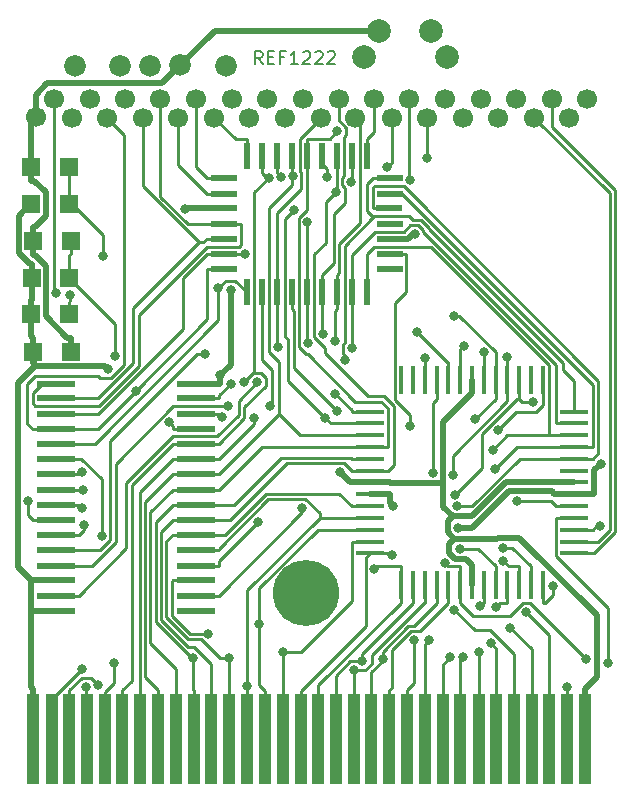
<source format=gbr>
%TF.GenerationSoftware,KiCad,Pcbnew,(6.0.2)*%
%TF.CreationDate,2022-10-22T11:53:18-05:00*%
%TF.ProjectId,REF1222 Optimized,52454631-3232-4322-904f-7074696d697a,rev?*%
%TF.SameCoordinates,Original*%
%TF.FileFunction,Copper,L1,Top*%
%TF.FilePolarity,Positive*%
%FSLAX46Y46*%
G04 Gerber Fmt 4.6, Leading zero omitted, Abs format (unit mm)*
G04 Created by KiCad (PCBNEW (6.0.2)) date 2022-10-22 11:53:18*
%MOMM*%
%LPD*%
G01*
G04 APERTURE LIST*
%ADD10C,0.150000*%
%TA.AperFunction,NonConductor*%
%ADD11C,0.150000*%
%TD*%
%TA.AperFunction,SMDPad,CuDef*%
%ADD12O,2.460000X0.360000*%
%TD*%
%TA.AperFunction,SMDPad,CuDef*%
%ADD13O,0.360000X2.460000*%
%TD*%
%TA.AperFunction,SMDPad,CuDef*%
%ADD14R,1.500000X1.500000*%
%TD*%
%TA.AperFunction,ComponentPad*%
%ADD15C,1.700000*%
%TD*%
%TA.AperFunction,SMDPad,CuDef*%
%ADD16R,1.030000X7.580000*%
%TD*%
%TA.AperFunction,ComponentPad*%
%ADD17C,5.600000*%
%TD*%
%TA.AperFunction,SMDPad,CuDef*%
%ADD18R,2.220000X0.600000*%
%TD*%
%TA.AperFunction,SMDPad,CuDef*%
%ADD19R,0.600000X2.220000*%
%TD*%
%TA.AperFunction,ComponentPad*%
%ADD20C,2.000000*%
%TD*%
%TA.AperFunction,ComponentPad*%
%ADD21C,1.830000*%
%TD*%
%TA.AperFunction,SMDPad,CuDef*%
%ADD22R,3.250000X0.600000*%
%TD*%
%TA.AperFunction,ViaPad*%
%ADD23C,0.800000*%
%TD*%
%TA.AperFunction,Conductor*%
%ADD24C,0.250000*%
%TD*%
%TA.AperFunction,Conductor*%
%ADD25C,0.550000*%
%TD*%
%TA.AperFunction,Conductor*%
%ADD26C,0.500000*%
%TD*%
G04 APERTURE END LIST*
D10*
D11*
X141105190Y-66365619D02*
X140738523Y-65841809D01*
X140476619Y-66365619D02*
X140476619Y-65265619D01*
X140895666Y-65265619D01*
X141000428Y-65318000D01*
X141052809Y-65370380D01*
X141105190Y-65475142D01*
X141105190Y-65632285D01*
X141052809Y-65737047D01*
X141000428Y-65789428D01*
X140895666Y-65841809D01*
X140476619Y-65841809D01*
X141576619Y-65789428D02*
X141943285Y-65789428D01*
X142100428Y-66365619D02*
X141576619Y-66365619D01*
X141576619Y-65265619D01*
X142100428Y-65265619D01*
X142938523Y-65789428D02*
X142571857Y-65789428D01*
X142571857Y-66365619D02*
X142571857Y-65265619D01*
X143095666Y-65265619D01*
X144090904Y-66365619D02*
X143462333Y-66365619D01*
X143776619Y-66365619D02*
X143776619Y-65265619D01*
X143671857Y-65422761D01*
X143567095Y-65527523D01*
X143462333Y-65579904D01*
X144509952Y-65370380D02*
X144562333Y-65318000D01*
X144667095Y-65265619D01*
X144929000Y-65265619D01*
X145033761Y-65318000D01*
X145086142Y-65370380D01*
X145138523Y-65475142D01*
X145138523Y-65579904D01*
X145086142Y-65737047D01*
X144457571Y-66365619D01*
X145138523Y-66365619D01*
X145557571Y-65370380D02*
X145609952Y-65318000D01*
X145714714Y-65265619D01*
X145976619Y-65265619D01*
X146081380Y-65318000D01*
X146133761Y-65370380D01*
X146186142Y-65475142D01*
X146186142Y-65579904D01*
X146133761Y-65737047D01*
X145505190Y-66365619D01*
X146186142Y-66365619D01*
X146605190Y-65370380D02*
X146657571Y-65318000D01*
X146762333Y-65265619D01*
X147024238Y-65265619D01*
X147129000Y-65318000D01*
X147181380Y-65370380D01*
X147233761Y-65475142D01*
X147233761Y-65579904D01*
X147181380Y-65737047D01*
X146552809Y-66365619D01*
X147233761Y-66365619D01*
D12*
%TO.P,U3,1,A0*%
%TO.N,/A0*%
X150184000Y-95791000D03*
%TO.P,U3,2,A1*%
%TO.N,/A1*%
X150184000Y-96791000D03*
%TO.P,U3,3,A2*%
%TO.N,/A2*%
X150184000Y-97791000D03*
%TO.P,U3,4,A3*%
%TO.N,/A3*%
X150184000Y-98791000D03*
%TO.P,U3,5,A4*%
%TO.N,/A4*%
X150184000Y-99791000D03*
%TO.P,U3,6,A5*%
%TO.N,/A5*%
X150184000Y-100791000D03*
%TO.P,U3,7,GND*%
%TO.N,/GND*%
X150184000Y-101791000D03*
%TO.P,U3,8,VCC*%
%TO.N,/VCC*%
X150184000Y-102791000D03*
%TO.P,U3,9,A6*%
%TO.N,/A6*%
X150184000Y-103791000D03*
%TO.P,U3,10,A7*%
%TO.N,/A7*%
X150184000Y-104791000D03*
%TO.P,U3,11,A8*%
%TO.N,/A8*%
X150184000Y-105791000D03*
%TO.P,U3,12,A9*%
%TO.N,/A9*%
X150184000Y-106791000D03*
%TO.P,U3,13,A10*%
%TO.N,/A10*%
X150184000Y-107791000D03*
D13*
%TO.P,U3,14,A11*%
%TO.N,/A11*%
X152834000Y-110441000D03*
%TO.P,U3,15,A12*%
%TO.N,/A12*%
X153834000Y-110441000D03*
%TO.P,U3,16,A13*%
%TO.N,/A13*%
X154834000Y-110441000D03*
%TO.P,U3,17,A14*%
%TO.N,/A14*%
X155834000Y-110441000D03*
%TO.P,U3,18,A15_Cart*%
%TO.N,/A15_Cart*%
X156834000Y-110441000D03*
%TO.P,U3,19,Button*%
%TO.N,/Button*%
X157834000Y-110441000D03*
%TO.P,U3,20,GND*%
%TO.N,/GND*%
X158834000Y-110441000D03*
%TO.P,U3,21,WE_Internal*%
%TO.N,/WE_Internal*%
X159834000Y-110441000D03*
%TO.P,U3,22,SRAM_OE*%
%TO.N,/SRAM_OE*%
X160834000Y-110441000D03*
%TO.P,U3,23,SRAM_CS1*%
%TO.N,/SRAM_CS1*%
X161834000Y-110441000D03*
%TO.P,U3,24,EEPROM_OE*%
%TO.N,/EEPROM_OE*%
X162834000Y-110441000D03*
%TO.P,U3,25,EEPROM_CE*%
%TO.N,/EEPROM_CE*%
X163834000Y-110441000D03*
%TO.P,U3,26,A15_Game*%
%TO.N,/A15_Game*%
X164834000Y-110441000D03*
D12*
%TO.P,U3,27,Wr_Game*%
%TO.N,/Wr_Game*%
X167484000Y-107791000D03*
%TO.P,U3,28,Rd_Game*%
%TO.N,/Rd_Game*%
X167484000Y-106791000D03*
%TO.P,U3,29,Wr_Sys*%
%TO.N,/Wr_Sys*%
X167484000Y-105791000D03*
%TO.P,U3,30,Rd_Sys*%
%TO.N,/Rd_Sys*%
X167484000Y-104791000D03*
%TO.P,U3,31,Const_High*%
%TO.N,/Const_High*%
X167484000Y-103791000D03*
%TO.P,U3,32,VCC*%
%TO.N,/VCC*%
X167484000Y-102791000D03*
%TO.P,U3,33,GND*%
%TO.N,/GND*%
X167484000Y-101791000D03*
%TO.P,U3,34,N/C*%
%TO.N,unconnected-(U3-Pad34)*%
X167484000Y-100791000D03*
%TO.P,U3,35,A16_Internal*%
%TO.N,/A16_Internal*%
X167484000Y-99791000D03*
%TO.P,U3,36,A15_Internal*%
%TO.N,/A15_Internal*%
X167484000Y-98791000D03*
%TO.P,U3,37,A14_Internal*%
%TO.N,/A14_Internal*%
X167484000Y-97791000D03*
%TO.P,U3,38,A13_Internal*%
%TO.N,/A13_Internal*%
X167484000Y-96791000D03*
%TO.P,U3,39,A12_Internal*%
%TO.N,/A12_Internal*%
X167484000Y-95791000D03*
D13*
%TO.P,U3,40,Switch*%
%TO.N,/Switch*%
X164834000Y-93141000D03*
%TO.P,U3,41,N/C*%
%TO.N,unconnected-(U3-Pad41)*%
X163834000Y-93141000D03*
%TO.P,U3,42,D0*%
%TO.N,/D0*%
X162834000Y-93141000D03*
%TO.P,U3,43,D1*%
%TO.N,/D1*%
X161834000Y-93141000D03*
%TO.P,U3,44,D2*%
%TO.N,/D2*%
X160834000Y-93141000D03*
%TO.P,U3,45,D3*%
%TO.N,/D3*%
X159834000Y-93141000D03*
%TO.P,U3,46,GND*%
%TO.N,/GND*%
X158834000Y-93141000D03*
%TO.P,U3,47,D4*%
%TO.N,/D4*%
X157834000Y-93141000D03*
%TO.P,U3,48,D5*%
%TO.N,/D5*%
X156834000Y-93141000D03*
%TO.P,U3,49,D6*%
%TO.N,/D6*%
X155834000Y-93141000D03*
%TO.P,U3,50,D7*%
%TO.N,/D7*%
X154834000Y-93141000D03*
%TO.P,U3,51,N/C*%
%TO.N,unconnected-(U3-Pad51)*%
X153834000Y-93141000D03*
%TO.P,U3,52,N/C*%
%TO.N,unconnected-(U3-Pad52)*%
X152834000Y-93141000D03*
%TD*%
D14*
%TO.P,R1,1*%
%TO.N,/VCC*%
X121529500Y-78239000D03*
%TO.P,R1,2*%
%TO.N,/Const_High*%
X124746500Y-78241000D03*
%TD*%
D15*
%TO.P,J2,1,+5V*%
%TO.N,/VCC*%
X168562000Y-69352000D03*
%TO.P,J2,2,Clock*%
%TO.N,/Clk*%
X167054000Y-70902000D03*
%TO.P,J2,3,Write*%
%TO.N,/Wr_Game*%
X165586000Y-69347000D03*
%TO.P,J2,4,Read*%
%TO.N,/Rd_Game*%
X164080000Y-70903000D03*
%TO.P,J2,5,CS*%
%TO.N,/CS*%
X162568000Y-69354000D03*
%TO.P,J2,6,A0*%
%TO.N,/A0*%
X161064000Y-70903000D03*
%TO.P,J2,7,A1*%
%TO.N,/A1*%
X159555000Y-69353000D03*
%TO.P,J2,8,A2*%
%TO.N,/A2*%
X158085000Y-70902000D03*
%TO.P,J2,9,A3*%
%TO.N,/A3*%
X156542000Y-69354000D03*
%TO.P,J2,10,A4*%
%TO.N,/A4*%
X155030000Y-70902000D03*
%TO.P,J2,11,A5*%
%TO.N,/A5*%
X153523000Y-69352000D03*
%TO.P,J2,12,A6*%
%TO.N,/A6*%
X152014000Y-70902000D03*
%TO.P,J2,13,A7*%
%TO.N,/A7*%
X150507000Y-69353000D03*
%TO.P,J2,14,A8*%
%TO.N,/A8*%
X148960000Y-70900000D03*
%TO.P,J2,15,A9*%
%TO.N,/A9*%
X147530000Y-69352000D03*
%TO.P,J2,16,A10*%
%TO.N,/A10*%
X146022000Y-70899000D03*
%TO.P,J2,17,A11*%
%TO.N,/A11*%
X144513000Y-69312300D03*
%TO.P,J2,18,A12*%
%TO.N,/A12*%
X143004800Y-70899800D03*
%TO.P,J2,19,A13*%
%TO.N,/A13*%
X141498000Y-69311000D03*
%TO.P,J2,20,A14*%
%TO.N,/A14*%
X139988600Y-70899800D03*
%TO.P,J2,21,A15*%
%TO.N,/A15_Game*%
X138482000Y-69314000D03*
%TO.P,J2,22,Data_0*%
%TO.N,/D0*%
X137015000Y-70899000D03*
%TO.P,J2,23,Data_1*%
%TO.N,/D1*%
X135464200Y-69312300D03*
%TO.P,J2,24,Data_2*%
%TO.N,/D2*%
X133915000Y-70899000D03*
%TO.P,J2,25,Data_3*%
%TO.N,/D3*%
X132449000Y-69311000D03*
%TO.P,J2,26,Data_4*%
%TO.N,/D4*%
X130938000Y-70901000D03*
%TO.P,J2,27,Data_5*%
%TO.N,/D5*%
X129427000Y-69349000D03*
%TO.P,J2,28,Data_6*%
%TO.N,/D6*%
X127923000Y-70898000D03*
%TO.P,J2,29,Data_7*%
%TO.N,/D7*%
X126453000Y-69350000D03*
%TO.P,J2,30,Reset*%
%TO.N,/Reset*%
X124949000Y-70902000D03*
%TO.P,J2,31,Audio*%
%TO.N,/Audio*%
X123401000Y-69351000D03*
%TO.P,J2,32,GND*%
%TO.N,/GND*%
X121890000Y-70859000D03*
%TD*%
D14*
%TO.P,C2,1*%
%TO.N,/GND*%
X121654000Y-81335000D03*
%TO.P,C2,2*%
%TO.N,/Button*%
X124871000Y-81337000D03*
%TD*%
%TO.P,R2,1*%
%TO.N,/VCC*%
X121533000Y-84511000D03*
%TO.P,R2,2*%
%TO.N,/Button*%
X124750000Y-84513000D03*
%TD*%
%TO.P,C1,1*%
%TO.N,/GND*%
X121532500Y-75063000D03*
%TO.P,C1,2*%
%TO.N,/Const_High*%
X124749500Y-75065000D03*
%TD*%
D16*
%TO.P,J1,1,+5V*%
%TO.N,/VCC*%
X121694000Y-123521000D03*
%TO.P,J1,2,Clock*%
%TO.N,/Clk*%
X123237000Y-123521000D03*
%TO.P,J1,3,Write*%
%TO.N,/Wr_Sys*%
X124744000Y-123516000D03*
%TO.P,J1,4,Read*%
%TO.N,/Rd_Sys*%
X126254000Y-123512000D03*
%TO.P,J1,5,CS*%
%TO.N,/CS*%
X127761000Y-123512000D03*
%TO.P,J1,6,A0*%
%TO.N,/A0*%
X129232000Y-123512000D03*
%TO.P,J1,7,A1*%
%TO.N,/A1*%
X130739000Y-123512000D03*
%TO.P,J1,8,A2*%
%TO.N,/A2*%
X132245000Y-123512000D03*
%TO.P,J1,9,A3*%
%TO.N,/A3*%
X133752000Y-123494000D03*
%TO.P,J1,10,A4*%
%TO.N,/A4*%
X135258000Y-123504000D03*
%TO.P,J1,11,A5*%
%TO.N,/A5*%
X136765000Y-123504000D03*
%TO.P,J1,12,A6*%
%TO.N,/A6*%
X138272000Y-123516000D03*
%TO.P,J1,13,A7*%
%TO.N,/A7*%
X139790000Y-123516000D03*
%TO.P,J1,14,A8*%
%TO.N,/A8*%
X141294000Y-123521000D03*
%TO.P,J1,15,A9*%
%TO.N,/A9*%
X142801000Y-123521000D03*
%TO.P,J1,16,A10*%
%TO.N,/A10*%
X144344000Y-123521000D03*
%TO.P,J1,17,A11*%
%TO.N,/A11*%
X145815000Y-123521000D03*
%TO.P,J1,18,A12*%
%TO.N,/A12*%
X147286000Y-123521000D03*
%TO.P,J1,19,A13*%
%TO.N,/A13*%
X148811000Y-123521000D03*
%TO.P,J1,20,A14*%
%TO.N,/A14*%
X150301000Y-123511000D03*
%TO.P,J1,21,A15*%
%TO.N,/A15_Cart*%
X151808000Y-123511000D03*
%TO.P,J1,22,Data_0*%
%TO.N,/D0*%
X153315000Y-123511000D03*
%TO.P,J1,23,Data_1*%
%TO.N,/D1*%
X154822000Y-123511000D03*
%TO.P,J1,24,Data_2*%
%TO.N,/D2*%
X156339000Y-123509000D03*
%TO.P,J1,25,Data_3*%
%TO.N,/D3*%
X157846000Y-123509000D03*
%TO.P,J1,26,Data_4*%
%TO.N,/D4*%
X159389000Y-123520000D03*
%TO.P,J1,27,Data_5*%
%TO.N,/D5*%
X160872000Y-123520000D03*
%TO.P,J1,28,Data_6*%
%TO.N,/D6*%
X162362000Y-123503000D03*
%TO.P,J1,29,Data_7*%
%TO.N,/D7*%
X163881000Y-123503000D03*
%TO.P,J1,30,Reset*%
%TO.N,/Reset*%
X165340000Y-123503000D03*
%TO.P,J1,31,Audio*%
%TO.N,/Audio*%
X166859000Y-123515000D03*
%TO.P,J1,32,GND*%
%TO.N,/GND*%
X168366000Y-123515000D03*
%TD*%
D17*
%TO.P,Hole,1*%
%TO.N,N/C*%
X144792000Y-111181000D03*
%TD*%
D18*
%TO.P,U1,1,Vpp*%
%TO.N,unconnected-(U1-Pad1)*%
X151845000Y-79900000D03*
%TO.P,U1,2,A16*%
%TO.N,/A16_Internal*%
X151842000Y-78589000D03*
%TO.P,U1,3,A15*%
%TO.N,/A15_Internal*%
X151845000Y-77362000D03*
%TO.P,U1,4,A12*%
%TO.N,/A12_Internal*%
X151845000Y-76044000D03*
D19*
%TO.P,U1,5,A7*%
%TO.N,/A7*%
X149943000Y-74148000D03*
%TO.P,U1,6,A6*%
%TO.N,/A6*%
X148673000Y-74143000D03*
%TO.P,U1,7,A5*%
%TO.N,/A5*%
X147362000Y-74145000D03*
%TO.P,U1,8,A4*%
%TO.N,/A4*%
X146130000Y-74143000D03*
%TO.P,U1,9,A3*%
%TO.N,/A3*%
X144866000Y-74143000D03*
%TO.P,U1,10,A2*%
%TO.N,/A2*%
X143590000Y-74143000D03*
%TO.P,U1,11,A1*%
%TO.N,/A1*%
X142280000Y-74148000D03*
%TO.P,U1,12,A0*%
%TO.N,/A0*%
X141012000Y-74145000D03*
%TO.P,U1,13,O0*%
%TO.N,/D0*%
X139740000Y-74145000D03*
D18*
%TO.P,U1,14,O1*%
%TO.N,/D1*%
X137835000Y-76050000D03*
%TO.P,U1,15,O2*%
%TO.N,/D2*%
X137837000Y-77359000D03*
%TO.P,U1,16,GND*%
%TO.N,/GND*%
X137835000Y-78587000D03*
%TO.P,U1,17,O3*%
%TO.N,/D3*%
X137835000Y-79900000D03*
%TO.P,U1,18,O4*%
%TO.N,/D4*%
X137835000Y-81167000D03*
%TO.P,U1,19,O5*%
%TO.N,/D5*%
X137835000Y-82478000D03*
%TO.P,U1,20,O6*%
%TO.N,/D6*%
X137835000Y-83747000D03*
D19*
%TO.P,U1,21,O7*%
%TO.N,/D7*%
X139741000Y-85653000D03*
%TO.P,U1,22,CE#*%
%TO.N,/EEPROM_CE*%
X141013000Y-85653000D03*
%TO.P,U1,23,A10*%
%TO.N,/A10*%
X142285000Y-85654000D03*
%TO.P,U1,24,OE#*%
%TO.N,/EEPROM_OE*%
X143590000Y-85654000D03*
%TO.P,U1,25,A11*%
%TO.N,/A11*%
X144859000Y-85654000D03*
%TO.P,U1,26,A9*%
%TO.N,/A9*%
X146131000Y-85654000D03*
%TO.P,U1,27,A8*%
%TO.N,/A8*%
X147363000Y-85653000D03*
%TO.P,U1,28,A13*%
%TO.N,/A13_Internal*%
X148670000Y-85655000D03*
%TO.P,U1,29,A14*%
%TO.N,/A14_Internal*%
X149942000Y-85651000D03*
D18*
%TO.P,U1,30,N/C*%
%TO.N,unconnected-(U1-Pad30)*%
X151845000Y-83746000D03*
%TO.P,U1,31,PGM*%
%TO.N,/WE_Internal*%
X151845000Y-82483000D03*
%TO.P,U1,32,VCC*%
%TO.N,/VCC*%
X151845000Y-81206000D03*
%TD*%
D14*
%TO.P,C3,1*%
%TO.N,/VCC*%
X121652000Y-90739000D03*
%TO.P,C3,2*%
%TO.N,/GND*%
X124869000Y-90741000D03*
%TD*%
D20*
%TO.P,SW1,1,1*%
%TO.N,unconnected-(SW1-Pad1)*%
X149668800Y-65737400D03*
%TO.P,SW1,2,2*%
%TO.N,/GND*%
X150942800Y-63553400D03*
%TO.P,SW1,3,3*%
%TO.N,/Button*%
X155383800Y-63557400D03*
%TO.P,SW1,4,4*%
%TO.N,unconnected-(SW1-Pad4)*%
X156693800Y-65742400D03*
%TD*%
D14*
%TO.P,R3,1*%
%TO.N,/VCC*%
X121530000Y-87565000D03*
%TO.P,R3,2*%
%TO.N,/Switch*%
X124747000Y-87567000D03*
%TD*%
D21*
%TO.P,J3,1,A*%
%TO.N,unconnected-(J3-Pad1)*%
X128995000Y-66492000D03*
%TO.P,J3,2,B*%
%TO.N,/Switch*%
X131573000Y-66489000D03*
%TO.P,J3,3,C*%
%TO.N,/GND*%
X134116000Y-66484000D03*
%TO.P,J3,4*%
%TO.N,N/C*%
X125222000Y-66490000D03*
%TO.P,J3,5*%
X137966000Y-66491000D03*
%TD*%
D22*
%TO.P,U2,1,N/C*%
%TO.N,unconnected-(U2-Pad1)*%
X135456000Y-112652000D03*
%TO.P,U2,2,A16*%
%TO.N,/A16_Internal*%
X135452000Y-111377000D03*
%TO.P,U2,3,A14*%
%TO.N,/A14_Internal*%
X135457000Y-110072000D03*
%TO.P,U2,4,A12*%
%TO.N,/A12_Internal*%
X135453000Y-108843000D03*
%TO.P,U2,5,A7*%
%TO.N,/A7*%
X135450000Y-107529000D03*
%TO.P,U2,6,A6*%
%TO.N,/A6*%
X135458000Y-106216000D03*
%TO.P,U2,7,A5*%
%TO.N,/A5*%
X135451000Y-104948000D03*
%TO.P,U2,8,A4*%
%TO.N,/A4*%
X135455000Y-103679000D03*
%TO.P,U2,9,A3*%
%TO.N,/A3*%
X135455000Y-102409000D03*
%TO.P,U2,10,A2*%
%TO.N,/A2*%
X135455000Y-101102000D03*
%TO.P,U2,11,A1*%
%TO.N,/A1*%
X135455000Y-99786000D03*
%TO.P,U2,12,A0*%
%TO.N,/A0*%
X135455000Y-98522000D03*
%TO.P,U2,13,I/O_1*%
%TO.N,/D0*%
X135455000Y-97247000D03*
%TO.P,U2,14,I/O_2*%
%TO.N,/D1*%
X135455000Y-95983000D03*
%TO.P,U2,15,I/O_3*%
%TO.N,/D2*%
X135451000Y-94674000D03*
%TO.P,U2,16,GND*%
%TO.N,/GND*%
X135459000Y-93439000D03*
%TO.P,U2,17,I/O_4*%
%TO.N,/D3*%
X123585000Y-93437000D03*
%TO.P,U2,18,I/O_5*%
%TO.N,/D4*%
X123585000Y-94669000D03*
%TO.P,U2,19,I/O_6*%
%TO.N,/D5*%
X123585000Y-95978000D03*
%TO.P,U2,20,I/O_7*%
%TO.N,/D6*%
X123585000Y-97250000D03*
%TO.P,U2,21,I/O_8*%
%TO.N,/D7*%
X123585000Y-98520000D03*
%TO.P,U2,22,/CS1*%
%TO.N,/SRAM_CS1*%
X123585000Y-99786000D03*
%TO.P,U2,23,A10*%
%TO.N,/A10*%
X123585000Y-101100000D03*
%TO.P,U2,24,/OE*%
%TO.N,/SRAM_OE*%
X123589000Y-102407000D03*
%TO.P,U2,25,A11*%
%TO.N,/A11*%
X123585000Y-103679000D03*
%TO.P,U2,26,A9*%
%TO.N,/A9*%
X123589000Y-104952000D03*
%TO.P,U2,27,A8*%
%TO.N,/A8*%
X123589000Y-106220000D03*
%TO.P,U2,28,A13*%
%TO.N,/A13_Internal*%
X123585000Y-107528000D03*
%TO.P,U2,29,/WE*%
%TO.N,/WE_Internal*%
X123585000Y-108842000D03*
%TO.P,U2,30,CS2*%
%TO.N,/VCC*%
X123592000Y-110070000D03*
%TO.P,U2,31,A15*%
%TO.N,/A15_Internal*%
X123589000Y-111376000D03*
%TO.P,U2,32,VCC*%
%TO.N,/VCC*%
X123585000Y-112651000D03*
%TD*%
D23*
%TO.N,/Const_High*%
X127606100Y-82597300D03*
X162664300Y-103400000D03*
%TO.N,/Rd_Sys*%
X126180900Y-119095300D03*
X170338300Y-117076500D03*
%TO.N,/Wr_Sys*%
X127197600Y-118935900D03*
X169679700Y-105503900D03*
%TO.N,/Button*%
X128619000Y-91111400D03*
X156534200Y-108587500D03*
X168505400Y-116774800D03*
%TO.N,/Audio*%
X166859000Y-119118100D03*
X123604600Y-85781400D03*
%TO.N,/Reset*%
X163418200Y-112755000D03*
%TO.N,/A15_Game*%
X165700300Y-110556900D03*
%TO.N,/A14*%
X151260500Y-116746100D03*
%TO.N,/A13*%
X148811000Y-117646300D03*
%TO.N,/A12*%
X149502900Y-116923600D03*
%TO.N,/CS*%
X128482200Y-117119100D03*
%TO.N,/Clk*%
X125779800Y-117615100D03*
%TO.N,/SRAM_OE*%
X125884400Y-102461900D03*
X157773600Y-107422300D03*
%TO.N,/SRAM_CS1*%
X127472600Y-106345600D03*
X160837600Y-112357100D03*
%TO.N,/VCC*%
X153981300Y-80743000D03*
X169712600Y-100194400D03*
X127982500Y-92149400D03*
X157644200Y-105658100D03*
X152101400Y-103793900D03*
%TO.N,/WE_Internal*%
X153557800Y-97000400D03*
X138138900Y-95323500D03*
X159519900Y-112274700D03*
%TO.N,/A14_Internal*%
X160564800Y-99046900D03*
X136470200Y-114596000D03*
%TO.N,/A13_Internal*%
X136185700Y-90945200D03*
X148670000Y-90403400D03*
%TO.N,/A8*%
X125956100Y-105388100D03*
X147199600Y-89818000D03*
X140787000Y-113749600D03*
%TO.N,/A9*%
X121240100Y-103383000D03*
X142801000Y-116107700D03*
X146221100Y-89201800D03*
%TO.N,/A11*%
X125813700Y-103957600D03*
X144871900Y-79739700D03*
X144909900Y-89985800D03*
X150546600Y-109147000D03*
%TO.N,/EEPROM_OE*%
X147382500Y-95753200D03*
X161474400Y-108431500D03*
%TO.N,/A10*%
X152028600Y-107905100D03*
X125846700Y-100941300D03*
X142369200Y-90329200D03*
%TO.N,/EEPROM_CE*%
X141746500Y-95276700D03*
X161463800Y-107306200D03*
%TO.N,/D7*%
X137348000Y-85352500D03*
X154834000Y-91236200D03*
X162070000Y-114089200D03*
%TO.N,/D6*%
X155507500Y-100951400D03*
X157326800Y-112556300D03*
X130377100Y-94011700D03*
%TO.N,/D5*%
X139570900Y-82421700D03*
X154148200Y-89025900D03*
X160405800Y-115417800D03*
%TO.N,/D4*%
X159396000Y-116158400D03*
X158120600Y-90246600D03*
%TO.N,/D3*%
X159834000Y-90777300D03*
X158104200Y-116588500D03*
%TO.N,/D2*%
X159118000Y-96412300D03*
X156984500Y-116564500D03*
X157282700Y-87675600D03*
X138389200Y-93414900D03*
%TO.N,/D1*%
X137681500Y-96280500D03*
X161834000Y-91189500D03*
X155213600Y-115098300D03*
X157207800Y-101135900D03*
%TO.N,/D0*%
X157420900Y-102816100D03*
X133206900Y-96704500D03*
X164021000Y-94973700D03*
X153936300Y-115116900D03*
%TO.N,/A0*%
X141640700Y-75973400D03*
X139556300Y-93273200D03*
X147235100Y-94298900D03*
%TO.N,/A1*%
X140329400Y-96301000D03*
X146372100Y-96301000D03*
X142640900Y-75934600D03*
X143735800Y-78684900D03*
%TO.N,/A2*%
X143641100Y-75871600D03*
%TO.N,/A3*%
X147432500Y-72066900D03*
%TO.N,/A4*%
X146521800Y-75912300D03*
X135221300Y-116671400D03*
X155030000Y-74333700D03*
%TO.N,/A5*%
X147301500Y-77220100D03*
X153581700Y-76178900D03*
%TO.N,/A6*%
X138238800Y-116671400D03*
X148564700Y-76318900D03*
X151661900Y-75101300D03*
%TO.N,/A7*%
X139819900Y-119039000D03*
%TO.N,/A12_Internal*%
X140722700Y-105100000D03*
X148044900Y-91452200D03*
%TO.N,/A15_Internal*%
X140635600Y-93326300D03*
X160799200Y-100671400D03*
%TO.N,/A16_Internal*%
X144454600Y-103968600D03*
X157548500Y-103819300D03*
%TO.N,/GND*%
X137534100Y-92718500D03*
X147641800Y-100928800D03*
X134513700Y-78632700D03*
X138436000Y-85480800D03*
%TO.N,/Switch*%
X124831000Y-85890900D03*
X161044600Y-97369000D03*
%TD*%
D24*
%TO.N,/Const_High*%
X124746500Y-76143100D02*
X124746500Y-77703400D01*
X124749500Y-76140100D02*
X124746500Y-76143100D01*
X124749500Y-75065000D02*
X124749500Y-76140100D01*
X124746500Y-78241000D02*
X124746500Y-77972200D01*
X124746500Y-77972200D02*
X124746500Y-77703400D01*
X127606100Y-80831800D02*
X127606100Y-82597300D01*
X124746500Y-77972200D02*
X127606100Y-80831800D01*
X167484000Y-103791000D02*
X165928900Y-103791000D01*
X165537900Y-103400000D02*
X162664300Y-103400000D01*
X165928900Y-103791000D02*
X165537900Y-103400000D01*
%TO.N,/Rd_Sys*%
X126257000Y-120545000D02*
X126237000Y-120564500D01*
X167484000Y-104791000D02*
X165928900Y-104791000D01*
X170338300Y-112422800D02*
X170338300Y-117076500D01*
X165928900Y-108013400D02*
X170338300Y-112422800D01*
X165928900Y-104791000D02*
X165928900Y-108013400D01*
X126180900Y-120508400D02*
X126180900Y-119095300D01*
X126237000Y-120564500D02*
X126180900Y-120508400D01*
X126237000Y-120564500D02*
X126217000Y-120584000D01*
X126217000Y-123475000D02*
X126217000Y-120584000D01*
X126254000Y-123512000D02*
X126217000Y-123475000D01*
%TO.N,/Wr_Sys*%
X167484000Y-105791000D02*
X169039100Y-105791000D01*
X126609600Y-118347900D02*
X127197600Y-118935900D01*
X125797000Y-118347900D02*
X126609600Y-118347900D01*
X124744000Y-119400900D02*
X125797000Y-118347900D01*
X124744000Y-123516000D02*
X124744000Y-119400900D01*
X169326200Y-105503900D02*
X169679700Y-105503900D01*
X169039100Y-105791000D02*
X169326200Y-105503900D01*
%TO.N,/Button*%
X124669500Y-84309900D02*
X124630000Y-84349600D01*
X124750000Y-84390400D02*
X124750000Y-84513000D01*
X124669500Y-84309900D02*
X124750000Y-84390400D01*
X124709000Y-84270200D02*
X124669500Y-84309900D01*
X124709000Y-82574100D02*
X124709000Y-84270200D01*
X124871000Y-82412100D02*
X124709000Y-82574100D01*
X124871000Y-81337000D02*
X124871000Y-82412100D01*
X157834000Y-110188500D02*
X157834000Y-108885900D01*
X157834000Y-110188500D02*
X157834000Y-110441000D01*
X157834000Y-110441000D02*
X157834000Y-111996100D01*
X128619000Y-88382000D02*
X128619000Y-91111400D01*
X124750000Y-84513000D02*
X128619000Y-88382000D01*
X156832600Y-108885900D02*
X157834000Y-108885900D01*
X156534200Y-108587500D02*
X156832600Y-108885900D01*
X158935400Y-113097500D02*
X157834000Y-111996100D01*
X162050400Y-113097500D02*
X158935400Y-113097500D01*
X163118000Y-112029900D02*
X162050400Y-113097500D01*
X163760500Y-112029900D02*
X163118000Y-112029900D01*
X168505400Y-116774800D02*
X163760500Y-112029900D01*
%TO.N,/A15_Cart*%
X151808000Y-123511000D02*
X151808000Y-119395900D01*
X156834000Y-110441000D02*
X156834000Y-111996100D01*
X152033000Y-119170900D02*
X151808000Y-119395900D01*
X152033000Y-115994700D02*
X152033000Y-119170900D01*
X153635900Y-114391800D02*
X152033000Y-115994700D01*
X154438300Y-114391800D02*
X153635900Y-114391800D01*
X156834000Y-111996100D02*
X154438300Y-114391800D01*
%TO.N,/Audio*%
X166859000Y-123515000D02*
X166859000Y-119399900D01*
X123401000Y-85577800D02*
X123604600Y-85781400D01*
X123401000Y-69351000D02*
X123401000Y-85577800D01*
X166859000Y-119399900D02*
X166859000Y-119118100D01*
%TO.N,/Reset*%
X165340000Y-114676800D02*
X163418200Y-112755000D01*
X165340000Y-123503000D02*
X165340000Y-114676800D01*
%TO.N,/A15_Game*%
X165700300Y-111339100D02*
X165700300Y-110556900D01*
X165043300Y-111996100D02*
X165700300Y-111339100D01*
X164834000Y-111996100D02*
X165043300Y-111996100D01*
X164834000Y-110441000D02*
X164834000Y-111996100D01*
%TO.N,/A14*%
X155834000Y-110441000D02*
X155834000Y-111996100D01*
X151260500Y-116891600D02*
X151260500Y-116746100D01*
X150301000Y-117851100D02*
X151260500Y-116891600D01*
X150301000Y-123511000D02*
X150301000Y-117851100D01*
X151260500Y-116130700D02*
X151260500Y-116746100D01*
X153449500Y-113941700D02*
X151260500Y-116130700D01*
X153888400Y-113941700D02*
X153449500Y-113941700D01*
X155834000Y-111996100D02*
X153888400Y-113941700D01*
%TO.N,/A13*%
X154834000Y-110441000D02*
X154834000Y-111996100D01*
X148811000Y-123521000D02*
X148811000Y-117702600D01*
X148811000Y-117702600D02*
X148811000Y-117646300D01*
X149778400Y-117702600D02*
X148811000Y-117702600D01*
X150321300Y-117159700D02*
X149778400Y-117702600D01*
X150321300Y-116433300D02*
X150321300Y-117159700D01*
X154758500Y-111996100D02*
X150321300Y-116433300D01*
X154834000Y-111996100D02*
X154758500Y-111996100D01*
%TO.N,/A12*%
X147286000Y-123521000D02*
X147286000Y-119405900D01*
X153834000Y-110441000D02*
X153834000Y-111996100D01*
X147286000Y-118145900D02*
X147286000Y-119405900D01*
X148510700Y-116921200D02*
X147286000Y-118145900D01*
X149500500Y-116921200D02*
X148510700Y-116921200D01*
X149502900Y-116923600D02*
X149500500Y-116921200D01*
X149502900Y-116327200D02*
X149502900Y-116923600D01*
X153834000Y-111996100D02*
X149502900Y-116327200D01*
%TO.N,/CS*%
X128482200Y-118784600D02*
X128482200Y-117119100D01*
X127761000Y-119505800D02*
X128482200Y-118784600D01*
X127761000Y-123512000D02*
X127761000Y-119505800D01*
%TO.N,/Rd_Game*%
X167484000Y-106791000D02*
X169039100Y-106791000D01*
X170471900Y-77294900D02*
X164080000Y-70903000D01*
X170471900Y-105841600D02*
X170471900Y-77294900D01*
X169522500Y-106791000D02*
X170471900Y-105841600D01*
X169039100Y-106791000D02*
X169522500Y-106791000D01*
%TO.N,/Wr_Game*%
X167484000Y-107791000D02*
X169039100Y-107791000D01*
X165586000Y-71659300D02*
X165586000Y-69347000D01*
X170955300Y-77028600D02*
X165586000Y-71659300D01*
X170955300Y-105994800D02*
X170955300Y-77028600D01*
X169159100Y-107791000D02*
X170955300Y-105994800D01*
X169039100Y-107791000D02*
X169159100Y-107791000D01*
%TO.N,/Clk*%
X123360000Y-120267000D02*
X123380000Y-120286500D01*
X123380000Y-120286500D02*
X123400000Y-120306000D01*
X123400000Y-123358000D02*
X123400000Y-120306000D01*
X123237000Y-123521000D02*
X123400000Y-123358000D01*
X123380000Y-120014900D02*
X125779800Y-117615100D01*
X123380000Y-120286500D02*
X123380000Y-120014900D01*
%TO.N,/SRAM_OE*%
X123589000Y-102407000D02*
X125539100Y-102407000D01*
X160834000Y-110441000D02*
X160834000Y-108885900D01*
X125594000Y-102461900D02*
X125884400Y-102461900D01*
X125539100Y-102407000D02*
X125594000Y-102461900D01*
X159370400Y-107422300D02*
X157773600Y-107422300D01*
X160834000Y-108885900D02*
X159370400Y-107422300D01*
%TO.N,/SRAM_CS1*%
X161198600Y-111996100D02*
X161834000Y-111996100D01*
X160837600Y-112357100D02*
X161198600Y-111996100D01*
X161834000Y-110441000D02*
X161834000Y-111996100D01*
X127472600Y-101519200D02*
X127472600Y-106345600D01*
X125739400Y-99786000D02*
X127472600Y-101519200D01*
X123585000Y-99786000D02*
X125739400Y-99786000D01*
D25*
%TO.N,/VCC*%
X121415000Y-78079000D02*
X121455000Y-78039300D01*
D26*
X151845000Y-81206000D02*
X153405100Y-81206000D01*
X121533000Y-86361900D02*
X121533000Y-84511000D01*
X121530000Y-86364900D02*
X121533000Y-86361900D01*
X121533000Y-84511000D02*
X121533000Y-83310900D01*
X167484000Y-102791000D02*
X169164100Y-102791000D01*
X121652000Y-91489000D02*
X121652000Y-91639000D01*
X121530000Y-87280900D02*
X121530000Y-86364900D01*
X121530000Y-87280900D02*
X121530000Y-87565000D01*
X121530000Y-89416900D02*
X121652000Y-89538900D01*
X121530000Y-87565000D02*
X121530000Y-89416900D01*
X121652000Y-90739000D02*
X121652000Y-89538900D01*
X121652000Y-91489000D02*
X121652000Y-90739000D01*
X121415000Y-78239000D02*
X121529500Y-78239000D01*
X120453800Y-79200200D02*
X121415000Y-78239000D01*
X120453800Y-82366700D02*
X120453800Y-79200200D01*
X121398000Y-83310900D02*
X120453800Y-82366700D01*
X121533000Y-83310900D02*
X121398000Y-83310900D01*
X121415000Y-78239000D02*
X121415000Y-78079000D01*
X121803100Y-91790100D02*
X121803100Y-91941200D01*
X121652000Y-91639000D02*
X121803100Y-91790100D01*
X123585000Y-112651000D02*
X121509900Y-112651000D01*
X123592000Y-110070000D02*
X121516900Y-110070000D01*
X120390000Y-108943100D02*
X121516900Y-110070000D01*
X120390000Y-93354300D02*
X120390000Y-108943100D01*
X121803100Y-91941200D02*
X120390000Y-93354300D01*
X121509900Y-110077000D02*
X121509900Y-112651000D01*
X121516900Y-110070000D02*
X121509900Y-110077000D01*
X121509900Y-119096800D02*
X121694000Y-119280900D01*
X121509900Y-112651000D02*
X121509900Y-119096800D01*
X121694000Y-123521000D02*
X121694000Y-119280900D01*
X167484000Y-102791000D02*
X165803900Y-102791000D01*
X150184000Y-102791000D02*
X151864100Y-102791000D01*
X127774300Y-91941200D02*
X127982500Y-92149400D01*
X121803100Y-91941200D02*
X127774300Y-91941200D01*
X153868100Y-80743000D02*
X153981300Y-80743000D01*
X153405100Y-81206000D02*
X153868100Y-80743000D01*
X151864100Y-103556600D02*
X152101400Y-103793900D01*
X151864100Y-102791000D02*
X151864100Y-103556600D01*
X158811200Y-105658100D02*
X157644200Y-105658100D01*
X161919500Y-102549800D02*
X158811200Y-105658100D01*
X165562700Y-102549800D02*
X161919500Y-102549800D01*
X165803900Y-102791000D02*
X165562700Y-102549800D01*
X169164100Y-100742900D02*
X169712600Y-100194400D01*
X169164100Y-102791000D02*
X169164100Y-100742900D01*
D24*
%TO.N,/WE_Internal*%
X151845000Y-82483000D02*
X153280100Y-82483000D01*
X123585000Y-108842000D02*
X125535100Y-108842000D01*
X153557800Y-96069400D02*
X153557800Y-97000400D01*
X152321200Y-94832800D02*
X153557800Y-96069400D01*
X152321200Y-86625800D02*
X152321200Y-94832800D01*
X153280100Y-85666900D02*
X152321200Y-86625800D01*
X153280100Y-82483000D02*
X153280100Y-85666900D01*
X159834000Y-110441000D02*
X159834000Y-111996100D01*
X159798500Y-111996100D02*
X159834000Y-111996100D01*
X159519900Y-112274700D02*
X159798500Y-111996100D01*
X133519100Y-95323500D02*
X138138900Y-95323500D01*
X128649700Y-100192900D02*
X133519100Y-95323500D01*
X128649700Y-106867400D02*
X128649700Y-100192900D01*
X126675100Y-108842000D02*
X128649700Y-106867400D01*
X125535100Y-108842000D02*
X126675100Y-108842000D01*
%TO.N,/A14_Internal*%
X167484000Y-97791000D02*
X165928900Y-97791000D01*
X135457000Y-110072000D02*
X133506900Y-110072000D01*
X149942000Y-82438500D02*
X149942000Y-85651000D01*
X150522700Y-81857800D02*
X149942000Y-82438500D01*
X155342700Y-81857800D02*
X150522700Y-81857800D01*
X165362900Y-91878000D02*
X155342700Y-81857800D01*
X165362900Y-97791000D02*
X165362900Y-91878000D01*
X165362900Y-97791000D02*
X165928900Y-97791000D01*
X161820700Y-97791000D02*
X160564800Y-99046900D01*
X165362900Y-97791000D02*
X161820700Y-97791000D01*
X133450600Y-110128300D02*
X133506900Y-110072000D01*
X133450600Y-113059800D02*
X133450600Y-110128300D01*
X134986800Y-114596000D02*
X133450600Y-113059800D01*
X136470200Y-114596000D02*
X134986800Y-114596000D01*
%TO.N,/A13_Internal*%
X167484000Y-96791000D02*
X165928900Y-96791000D01*
X148670000Y-85655000D02*
X148670000Y-84219900D01*
X148670000Y-82509100D02*
X148670000Y-84219900D01*
X150598400Y-80580700D02*
X148670000Y-82509100D01*
X153042800Y-80580700D02*
X150598400Y-80580700D01*
X153605600Y-80017900D02*
X153042800Y-80580700D01*
X154281700Y-80017900D02*
X153605600Y-80017900D01*
X154706400Y-80442600D02*
X154281700Y-80017900D01*
X154706400Y-80585000D02*
X154706400Y-80442600D01*
X165928900Y-91807500D02*
X154706400Y-80585000D01*
X165928900Y-96791000D02*
X165928900Y-91807500D01*
X135548100Y-90945200D02*
X136185700Y-90945200D01*
X128197800Y-98295500D02*
X135548100Y-90945200D01*
X128197800Y-106670800D02*
X128197800Y-98295500D01*
X127340600Y-107528000D02*
X128197800Y-106670800D01*
X123585000Y-107528000D02*
X127340600Y-107528000D01*
X148670000Y-85655000D02*
X148670000Y-90403400D01*
%TO.N,/A8*%
X123589000Y-106220000D02*
X125539100Y-106220000D01*
X125956100Y-105803000D02*
X125956100Y-105388100D01*
X125539100Y-106220000D02*
X125956100Y-105803000D01*
X147363000Y-86370500D02*
X147363000Y-87088100D01*
X141294000Y-123521000D02*
X141294000Y-119405900D01*
X140787000Y-118898900D02*
X141294000Y-119405900D01*
X140787000Y-113749600D02*
X140787000Y-118898900D01*
X140787000Y-110756000D02*
X140787000Y-113749600D01*
X145752000Y-105791000D02*
X140787000Y-110756000D01*
X150184000Y-105791000D02*
X145752000Y-105791000D01*
X147363000Y-86370500D02*
X147363000Y-85653000D01*
X149308000Y-71248000D02*
X148960000Y-70900000D01*
X149308000Y-79857600D02*
X149308000Y-71248000D01*
X147552700Y-81612900D02*
X149308000Y-79857600D01*
X147552700Y-84028200D02*
X147552700Y-81612900D01*
X147363000Y-84217900D02*
X147552700Y-84028200D01*
X147363000Y-85653000D02*
X147363000Y-84217900D01*
X147199600Y-87251500D02*
X147199600Y-89818000D01*
X147363000Y-87088100D02*
X147199600Y-87251500D01*
%TO.N,/A9*%
X121240100Y-104553200D02*
X121240100Y-103383000D01*
X121638900Y-104952000D02*
X121240100Y-104553200D01*
X123589000Y-104952000D02*
X121638900Y-104952000D01*
X146131000Y-85654000D02*
X146131000Y-84218900D01*
X150184000Y-106791000D02*
X148628900Y-106791000D01*
X142801000Y-123521000D02*
X142801000Y-116107700D01*
X148628900Y-111813700D02*
X148628900Y-106791000D01*
X144334900Y-116107700D02*
X148628900Y-111813700D01*
X142801000Y-116107700D02*
X144334900Y-116107700D01*
X147530000Y-71139000D02*
X147530000Y-69352000D01*
X148157600Y-71766600D02*
X147530000Y-71139000D01*
X148157600Y-72367300D02*
X148157600Y-71766600D01*
X147995700Y-72529200D02*
X148157600Y-72367300D01*
X147995700Y-75862500D02*
X147995700Y-72529200D01*
X147826900Y-76031300D02*
X147995700Y-75862500D01*
X147826900Y-76631900D02*
X147826900Y-76031300D01*
X148047800Y-76852800D02*
X147826900Y-76631900D01*
X148047800Y-78135900D02*
X148047800Y-76852800D01*
X147102500Y-79081200D02*
X148047800Y-78135900D01*
X147102500Y-83247400D02*
X147102500Y-79081200D01*
X146131000Y-84218900D02*
X147102500Y-83247400D01*
X146131000Y-89111700D02*
X146221100Y-89201800D01*
X146131000Y-85654000D02*
X146131000Y-89111700D01*
%TO.N,/A11*%
X152834000Y-111218500D02*
X152834000Y-111996100D01*
X145815000Y-123521000D02*
X145815000Y-119405900D01*
X152834000Y-111218500D02*
X152834000Y-110441000D01*
X123585000Y-103679000D02*
X125535100Y-103679000D01*
X144859000Y-85654000D02*
X144859000Y-87089100D01*
X150807700Y-108885900D02*
X152834000Y-108885900D01*
X150546600Y-109147000D02*
X150807700Y-108885900D01*
X152834000Y-110441000D02*
X152834000Y-108885900D01*
X125535100Y-103679000D02*
X125813700Y-103957600D01*
X144859000Y-79752600D02*
X144871900Y-79739700D01*
X144859000Y-85654000D02*
X144859000Y-79752600D01*
X145815000Y-118980300D02*
X145815000Y-119405900D01*
X152799200Y-111996100D02*
X145815000Y-118980300D01*
X152834000Y-111996100D02*
X152799200Y-111996100D01*
X144859000Y-89934900D02*
X144909900Y-89985800D01*
X144859000Y-87089100D02*
X144859000Y-89934900D01*
%TO.N,/EEPROM_OE*%
X162834000Y-110441000D02*
X162834000Y-108885900D01*
X143590000Y-85654000D02*
X143590000Y-87089100D01*
X161928800Y-108885900D02*
X161474400Y-108431500D01*
X162834000Y-108885900D02*
X161928800Y-108885900D01*
X143734700Y-92105400D02*
X147382500Y-95753200D01*
X143734700Y-87233800D02*
X143734700Y-92105400D01*
X143590000Y-87089100D02*
X143734700Y-87233800D01*
%TO.N,/A10*%
X150184000Y-107791000D02*
X151739100Y-107791000D01*
X144344000Y-123521000D02*
X144344000Y-119405900D01*
X151914500Y-107791000D02*
X152028600Y-107905100D01*
X151739100Y-107791000D02*
X151914500Y-107791000D01*
X149821500Y-113928400D02*
X144344000Y-119405900D01*
X149821500Y-108153500D02*
X149821500Y-113928400D01*
X150184000Y-107791000D02*
X149821500Y-108153500D01*
X142285000Y-84936400D02*
X142285000Y-84218900D01*
X144240900Y-72680100D02*
X146022000Y-70899000D01*
X144240900Y-75445900D02*
X144240900Y-72680100D01*
X144370100Y-75575100D02*
X144240900Y-75445900D01*
X144370100Y-76912300D02*
X144370100Y-75575100D01*
X142285000Y-78997400D02*
X144370100Y-76912300D01*
X142285000Y-84218900D02*
X142285000Y-78997400D01*
X125688000Y-101100000D02*
X125846700Y-100941300D01*
X123585000Y-101100000D02*
X125688000Y-101100000D01*
X142285000Y-84936400D02*
X142285000Y-85654000D01*
X142285000Y-90245000D02*
X142369200Y-90329200D01*
X142285000Y-85654000D02*
X142285000Y-90245000D01*
%TO.N,/EEPROM_CE*%
X141875600Y-95147600D02*
X141746500Y-95276700D01*
X141875600Y-92264300D02*
X141875600Y-95147600D01*
X141013000Y-91401700D02*
X141875600Y-92264300D01*
X141013000Y-85653000D02*
X141013000Y-91401700D01*
X163834000Y-110441000D02*
X163834000Y-108885900D01*
X162254300Y-107306200D02*
X163834000Y-108885900D01*
X161463800Y-107306200D02*
X162254300Y-107306200D01*
%TO.N,/D7*%
X137991900Y-84708600D02*
X137348000Y-85352500D01*
X138796600Y-84708600D02*
X137991900Y-84708600D01*
X139741000Y-85653000D02*
X138796600Y-84708600D01*
X126895000Y-98520000D02*
X123585000Y-98520000D01*
X137348000Y-88067000D02*
X126895000Y-98520000D01*
X137348000Y-85352500D02*
X137348000Y-88067000D01*
X154834000Y-93141000D02*
X154834000Y-91585900D01*
X154834000Y-91585900D02*
X154834000Y-91236200D01*
X163881000Y-115900200D02*
X162070000Y-114089200D01*
X163881000Y-123503000D02*
X163881000Y-115900200D01*
%TO.N,/D6*%
X124560100Y-97250000D02*
X125535100Y-97250000D01*
X155834000Y-93141000D02*
X155834000Y-94696100D01*
X124560100Y-97250000D02*
X123585000Y-97250000D01*
X123585000Y-97250000D02*
X121634900Y-97250000D01*
X121184800Y-96799900D02*
X121634900Y-97250000D01*
X121184800Y-93447500D02*
X121184800Y-96799900D01*
X121861600Y-92770700D02*
X121184800Y-93447500D01*
X127136200Y-92770700D02*
X121861600Y-92770700D01*
X127300600Y-92935100D02*
X127136200Y-92770700D01*
X128261000Y-92935100D02*
X127300600Y-92935100D01*
X129373700Y-91822400D02*
X128261000Y-92935100D01*
X129373700Y-72348700D02*
X129373700Y-91822400D01*
X127923000Y-70898000D02*
X129373700Y-72348700D01*
X159052700Y-114282200D02*
X157326800Y-112556300D01*
X160334200Y-114282200D02*
X159052700Y-114282200D01*
X162362000Y-116310000D02*
X160334200Y-114282200D01*
X162362000Y-123503000D02*
X162362000Y-116310000D01*
X155507500Y-95022600D02*
X155507500Y-100951400D01*
X155834000Y-94696100D02*
X155507500Y-95022600D01*
X137835000Y-83747000D02*
X136399900Y-83747000D01*
X136399900Y-87988900D02*
X130377100Y-94011700D01*
X136399900Y-83747000D02*
X136399900Y-87988900D01*
X127138800Y-97250000D02*
X125535100Y-97250000D01*
X130377100Y-94011700D02*
X127138800Y-97250000D01*
%TO.N,/D5*%
X139514600Y-82478000D02*
X139570900Y-82421700D01*
X137835000Y-82478000D02*
X139514600Y-82478000D01*
X137835000Y-82478000D02*
X136399900Y-82478000D01*
X160872000Y-123520000D02*
X160872000Y-119404900D01*
X156708200Y-91585900D02*
X154148200Y-89025900D01*
X156834000Y-91585900D02*
X156708200Y-91585900D01*
X160872000Y-115884000D02*
X160405800Y-115417800D01*
X160872000Y-119404900D02*
X160872000Y-115884000D01*
X127191000Y-95978000D02*
X123585000Y-95978000D01*
X134360200Y-88808800D02*
X127191000Y-95978000D01*
X134360200Y-84517700D02*
X134360200Y-88808800D01*
X136399900Y-82478000D02*
X134360200Y-84517700D01*
X156834000Y-93141000D02*
X156834000Y-91585900D01*
%TO.N,/D4*%
X159396000Y-120822000D02*
X159396000Y-120598800D01*
X159389000Y-120605800D02*
X159389000Y-123520000D01*
X159396000Y-120598800D02*
X159389000Y-120605800D01*
X137835000Y-81167000D02*
X136399900Y-81167000D01*
X130938000Y-76719000D02*
X135693300Y-81474300D01*
X130938000Y-70901000D02*
X130938000Y-76719000D01*
X136092600Y-81474300D02*
X136399900Y-81167000D01*
X135693300Y-81474300D02*
X136092600Y-81474300D01*
X159396000Y-120598800D02*
X159396000Y-120227000D01*
X127163700Y-94669000D02*
X123585000Y-94669000D01*
X130144800Y-91687900D02*
X127163700Y-94669000D01*
X130144800Y-87022800D02*
X130144800Y-91687900D01*
X135693300Y-81474300D02*
X130144800Y-87022800D01*
X159396000Y-120227000D02*
X159396000Y-116158400D01*
X157834000Y-90533200D02*
X158120600Y-90246600D01*
X157834000Y-93141000D02*
X157834000Y-90533200D01*
%TO.N,/D3*%
X137835000Y-79900000D02*
X136399900Y-79900000D01*
X137835000Y-79900000D02*
X139270100Y-79900000D01*
X134755600Y-79900000D02*
X136399900Y-79900000D01*
X132449000Y-77593400D02*
X134755600Y-79900000D01*
X132449000Y-69311000D02*
X132449000Y-77593400D01*
X122416600Y-93437000D02*
X123585000Y-93437000D01*
X121634900Y-94218700D02*
X122416600Y-93437000D01*
X121634900Y-95103600D02*
X121634900Y-94218700D01*
X121825500Y-95294200D02*
X121634900Y-95103600D01*
X127222500Y-95294200D02*
X121825500Y-95294200D01*
X130594900Y-91921800D02*
X127222500Y-95294200D01*
X130594900Y-87608700D02*
X130594900Y-91921800D01*
X136350800Y-81852800D02*
X130594900Y-87608700D01*
X139073300Y-81852800D02*
X136350800Y-81852800D01*
X139270100Y-81656000D02*
X139073300Y-81852800D01*
X139270100Y-79900000D02*
X139270100Y-81656000D01*
X159834000Y-93141000D02*
X159834000Y-90777300D01*
X157846000Y-116846700D02*
X158104200Y-116588500D01*
X157846000Y-123509000D02*
X157846000Y-116846700D01*
%TO.N,/D2*%
X133915000Y-74872100D02*
X136401900Y-77359000D01*
X133915000Y-70899000D02*
X133915000Y-74872100D01*
X137837000Y-77359000D02*
X136401900Y-77359000D01*
X135451000Y-94674000D02*
X137401100Y-94674000D01*
X137401100Y-94403000D02*
X138389200Y-93414900D01*
X137401100Y-94674000D02*
X137401100Y-94403000D01*
X157757800Y-87675600D02*
X157282700Y-87675600D01*
X160834000Y-90751800D02*
X157757800Y-87675600D01*
X160834000Y-93141000D02*
X160834000Y-90751800D01*
X156339000Y-117210000D02*
X156984500Y-116564500D01*
X156339000Y-123509000D02*
X156339000Y-117210000D01*
X160834000Y-94696300D02*
X159118000Y-96412300D01*
X160834000Y-93141000D02*
X160834000Y-94696300D01*
%TO.N,/D1*%
X135455000Y-95983000D02*
X137405100Y-95983000D01*
X135464200Y-75114300D02*
X136399900Y-76050000D01*
X135464200Y-69312300D02*
X135464200Y-75114300D01*
X137835000Y-76050000D02*
X136399900Y-76050000D01*
X137681500Y-96259400D02*
X137681500Y-96280500D01*
X137405100Y-95983000D02*
X137681500Y-96259400D01*
X161834000Y-93141000D02*
X161834000Y-91585900D01*
X161834000Y-91585900D02*
X161834000Y-91189500D01*
X154822000Y-115489900D02*
X154822000Y-123511000D01*
X155213600Y-115098300D02*
X154822000Y-115489900D01*
X157207800Y-99543800D02*
X157207800Y-101135900D01*
X161834000Y-94917600D02*
X157207800Y-99543800D01*
X161834000Y-93141000D02*
X161834000Y-94917600D01*
%TO.N,/D0*%
X138825900Y-72709900D02*
X139740000Y-72709900D01*
X137015000Y-70899000D02*
X138825900Y-72709900D01*
X139740000Y-74145000D02*
X139740000Y-72709900D01*
X133504900Y-97002500D02*
X133206900Y-96704500D01*
X133504900Y-97247000D02*
X133504900Y-97002500D01*
X134480000Y-97247000D02*
X133504900Y-97247000D01*
X134480000Y-97247000D02*
X135455000Y-97247000D01*
X162834000Y-93141000D02*
X162834000Y-94696100D01*
X162834000Y-94712900D02*
X162834000Y-94696100D01*
X153936300Y-118774600D02*
X153315000Y-119395900D01*
X153936300Y-115116900D02*
X153936300Y-118774600D01*
X153315000Y-123511000D02*
X153315000Y-119395900D01*
X163094800Y-94973700D02*
X162834000Y-94712900D01*
X164021000Y-94973700D02*
X163094800Y-94973700D01*
X159661700Y-100575300D02*
X157420900Y-102816100D01*
X159661700Y-97726500D02*
X159661700Y-100575300D01*
X162675300Y-94712900D02*
X159661700Y-97726500D01*
X162834000Y-94712900D02*
X162675300Y-94712900D01*
%TO.N,/A0*%
X141012000Y-74145000D02*
X141012000Y-75580100D01*
X150184000Y-95791000D02*
X148628900Y-95791000D01*
X141012000Y-75580100D02*
X141523000Y-76091100D01*
X141523000Y-76091100D02*
X141640700Y-75973400D01*
X136430100Y-98522000D02*
X137405100Y-98522000D01*
X148628900Y-95692700D02*
X148628900Y-95791000D01*
X147235100Y-94298900D02*
X148628900Y-95692700D01*
X140949300Y-92565500D02*
X140387800Y-92565500D01*
X141368700Y-92984900D02*
X140949300Y-92565500D01*
X141368700Y-93618700D02*
X141368700Y-92984900D01*
X139556300Y-95431100D02*
X141368700Y-93618700D01*
X139556300Y-96370800D02*
X139556300Y-95431100D01*
X137405100Y-98522000D02*
X139556300Y-96370800D01*
X140264000Y-92565500D02*
X139556300Y-93273200D01*
X140387800Y-92565500D02*
X140264000Y-92565500D01*
X140387800Y-77226300D02*
X141523000Y-76091100D01*
X140387800Y-92565500D02*
X140387800Y-77226300D01*
X136430100Y-98522000D02*
X135455000Y-98522000D01*
X135455000Y-98522000D02*
X133504900Y-98522000D01*
X129232000Y-123512000D02*
X129232000Y-119396900D01*
X130000000Y-102026900D02*
X133504900Y-98522000D01*
X130000000Y-118628900D02*
X130000000Y-102026900D01*
X129232000Y-119396900D02*
X130000000Y-118628900D01*
%TO.N,/A1*%
X142280000Y-74148000D02*
X142280000Y-75583100D01*
X136430100Y-99786000D02*
X137405100Y-99786000D01*
X136430100Y-99786000D02*
X135455000Y-99786000D01*
X130739000Y-123512000D02*
X130739000Y-119396900D01*
X135455000Y-99786000D02*
X133504900Y-99786000D01*
X150184000Y-96791000D02*
X148628900Y-96791000D01*
X146862100Y-96791000D02*
X146372100Y-96301000D01*
X148628900Y-96791000D02*
X146862100Y-96791000D01*
X142631500Y-75934600D02*
X142640900Y-75934600D01*
X142280000Y-75583100D02*
X142631500Y-75934600D01*
X140329400Y-96861700D02*
X140329400Y-96301000D01*
X137405100Y-99786000D02*
X140329400Y-96861700D01*
X143284600Y-93213500D02*
X146372100Y-96301000D01*
X143284600Y-89731500D02*
X143284600Y-93213500D01*
X142964800Y-89411700D02*
X143284600Y-89731500D01*
X142964800Y-79455900D02*
X142964800Y-89411700D01*
X143735800Y-78684900D02*
X142964800Y-79455900D01*
X130679000Y-119336900D02*
X130739000Y-119396900D01*
X130679000Y-102611900D02*
X130679000Y-119336900D01*
X133504900Y-99786000D02*
X130679000Y-102611900D01*
%TO.N,/A2*%
X143590000Y-74143000D02*
X143590000Y-75578100D01*
X143590000Y-75578100D02*
X143590000Y-75871600D01*
X143590000Y-75871600D02*
X143641100Y-75871600D01*
X136430100Y-101102000D02*
X137405100Y-101102000D01*
X144227100Y-97791000D02*
X150184000Y-97791000D01*
X142471600Y-96035500D02*
X144227100Y-97791000D01*
X137405100Y-101102000D02*
X142471600Y-96035500D01*
X143590000Y-76593500D02*
X143590000Y-75871600D01*
X141638200Y-78545300D02*
X143590000Y-76593500D01*
X141638200Y-90753700D02*
X141638200Y-78545300D01*
X142471600Y-91587100D02*
X141638200Y-90753700D01*
X142471600Y-96035500D02*
X142471600Y-91587100D01*
X136430100Y-101102000D02*
X135455000Y-101102000D01*
X135455000Y-101102000D02*
X133504900Y-101102000D01*
X132245000Y-123512000D02*
X132245000Y-119396900D01*
X131129100Y-118281000D02*
X132245000Y-119396900D01*
X131129100Y-103477800D02*
X131129100Y-118281000D01*
X133504900Y-101102000D02*
X131129100Y-103477800D01*
%TO.N,/A3*%
X150184000Y-98791000D02*
X151739100Y-98791000D01*
X133758000Y-123488000D02*
X133758000Y-121418000D01*
X133752000Y-123494000D02*
X133758000Y-123488000D01*
X146791500Y-72707900D02*
X147432500Y-72066900D01*
X144866000Y-72707900D02*
X146791500Y-72707900D01*
X144866000Y-74143000D02*
X144866000Y-72707900D01*
X151739100Y-95523900D02*
X151739100Y-98791000D01*
X151155200Y-94940000D02*
X151739100Y-95523900D01*
X148945400Y-94940000D02*
X151155200Y-94940000D01*
X144922600Y-90917200D02*
X148945400Y-94940000D01*
X144766100Y-90917200D02*
X144922600Y-90917200D01*
X144184800Y-90335900D02*
X144766100Y-90917200D01*
X144184800Y-89406100D02*
X144184800Y-90335900D01*
X144215200Y-89375700D02*
X144184800Y-89406100D01*
X144215200Y-80862100D02*
X144215200Y-89375700D01*
X144146800Y-80793700D02*
X144215200Y-80862100D01*
X144146800Y-79439400D02*
X144146800Y-80793700D01*
X144866000Y-78720200D02*
X144146800Y-79439400D01*
X144866000Y-74143000D02*
X144866000Y-78720200D01*
X133718000Y-121378000D02*
X133738000Y-121398000D01*
X133738000Y-121398000D02*
X133758000Y-121418000D01*
X131579300Y-104334600D02*
X133504900Y-102409000D01*
X131579300Y-115399700D02*
X131579300Y-104334600D01*
X133738000Y-117558400D02*
X131579300Y-115399700D01*
X133738000Y-121398000D02*
X133738000Y-117558400D01*
X134480000Y-102409000D02*
X133504900Y-102409000D01*
X134480000Y-102409000D02*
X135455000Y-102409000D01*
X141023100Y-98791000D02*
X150184000Y-98791000D01*
X137405100Y-102409000D02*
X141023100Y-98791000D01*
X135455000Y-102409000D02*
X137405100Y-102409000D01*
%TO.N,/A4*%
X146130000Y-74143000D02*
X146130000Y-74860500D01*
X146521800Y-75252300D02*
X146521800Y-75912300D01*
X146130000Y-74860500D02*
X146521800Y-75252300D01*
X155030000Y-70902000D02*
X155030000Y-74333700D01*
X135455000Y-103679000D02*
X133504900Y-103679000D01*
X150184000Y-99791000D02*
X148628900Y-99791000D01*
X135221300Y-119352200D02*
X135221300Y-116671400D01*
X135258000Y-119388900D02*
X135221300Y-119352200D01*
X132044000Y-105139900D02*
X133504900Y-103679000D01*
X132044000Y-113589200D02*
X132044000Y-105139900D01*
X135126200Y-116671400D02*
X132044000Y-113589200D01*
X135221300Y-116671400D02*
X135126200Y-116671400D01*
X135258000Y-123504000D02*
X135258000Y-119388900D01*
X148565000Y-99727100D02*
X148628900Y-99791000D01*
X142632500Y-99727100D02*
X148565000Y-99727100D01*
X138680600Y-103679000D02*
X142632500Y-99727100D01*
X135455000Y-103679000D02*
X138680600Y-103679000D01*
%TO.N,/A5*%
X147362000Y-74145000D02*
X147362000Y-75580100D01*
X153523000Y-76120200D02*
X153581700Y-76178900D01*
X153523000Y-69352000D02*
X153523000Y-76120200D01*
X147362000Y-77159600D02*
X147301500Y-77220100D01*
X147362000Y-75580100D02*
X147362000Y-77159600D01*
X150184000Y-100791000D02*
X151739100Y-100791000D01*
X150184000Y-100791000D02*
X148628900Y-100791000D01*
X132494200Y-105954700D02*
X133500900Y-104948000D01*
X132494200Y-113402700D02*
X132494200Y-105954700D01*
X134812700Y-115721200D02*
X132494200Y-113402700D01*
X135311000Y-115721200D02*
X134812700Y-115721200D01*
X136765000Y-117175200D02*
X135311000Y-115721200D01*
X136765000Y-119388900D02*
X136765000Y-117175200D01*
X136765000Y-123504000D02*
X136765000Y-119388900D01*
X135451000Y-104948000D02*
X133500900Y-104948000D01*
X152189200Y-100340900D02*
X151739100Y-100791000D01*
X152189200Y-95337400D02*
X152189200Y-100340900D01*
X151341700Y-94489900D02*
X152189200Y-95337400D01*
X150052800Y-94489900D02*
X151341700Y-94489900D01*
X146390600Y-90827700D02*
X150052800Y-94489900D01*
X146390600Y-90396700D02*
X146390600Y-90827700D01*
X145491200Y-89497300D02*
X146390600Y-90396700D01*
X145491200Y-82457500D02*
X145491200Y-89497300D01*
X146459000Y-81489700D02*
X145491200Y-82457500D01*
X146459000Y-78062600D02*
X146459000Y-81489700D01*
X147301500Y-77220100D02*
X146459000Y-78062600D01*
X148015200Y-100177300D02*
X148628900Y-100791000D01*
X143147600Y-100177300D02*
X148015200Y-100177300D01*
X138376900Y-104948000D02*
X143147600Y-100177300D01*
X135451000Y-104948000D02*
X138376900Y-104948000D01*
%TO.N,/A6*%
X150184000Y-103791000D02*
X148628900Y-103791000D01*
X135458000Y-106216000D02*
X133507900Y-106216000D01*
X138272000Y-123516000D02*
X138272000Y-119400900D01*
X147582300Y-102744400D02*
X148628900Y-103791000D01*
X141361500Y-102744400D02*
X147582300Y-102744400D01*
X137889900Y-106216000D02*
X141361500Y-102744400D01*
X135458000Y-106216000D02*
X137889900Y-106216000D01*
X148673000Y-76210600D02*
X148673000Y-74143000D01*
X148564700Y-76318900D02*
X148673000Y-76210600D01*
X152014000Y-74749200D02*
X152014000Y-70902000D01*
X151661900Y-75101300D02*
X152014000Y-74749200D01*
X138238800Y-119367700D02*
X138238800Y-116671400D01*
X138272000Y-119400900D02*
X138238800Y-119367700D01*
X132958300Y-106765600D02*
X133507900Y-106216000D01*
X132958300Y-113204000D02*
X132958300Y-106765600D01*
X134800400Y-115046100D02*
X132958300Y-113204000D01*
X135894700Y-115046100D02*
X134800400Y-115046100D01*
X137520000Y-116671400D02*
X135894700Y-115046100D01*
X138238800Y-116671400D02*
X137520000Y-116671400D01*
%TO.N,/A7*%
X139790000Y-123516000D02*
X139790000Y-119400900D01*
X135450000Y-107529000D02*
X137400100Y-107529000D01*
X150184000Y-104791000D02*
X148628900Y-104791000D01*
X150507000Y-72148900D02*
X149943000Y-72712900D01*
X150507000Y-69353000D02*
X150507000Y-72148900D01*
X149943000Y-74148000D02*
X149943000Y-72712900D01*
X145936700Y-104791000D02*
X148628900Y-104791000D01*
X145936700Y-104413100D02*
X145936700Y-104791000D01*
X144728500Y-103204900D02*
X145936700Y-104413100D01*
X141592500Y-103204900D02*
X144728500Y-103204900D01*
X137400100Y-107397300D02*
X141592500Y-103204900D01*
X137400100Y-107529000D02*
X137400100Y-107397300D01*
X139819900Y-110907800D02*
X139819900Y-119039000D01*
X145936700Y-104791000D02*
X139819900Y-110907800D01*
X139790000Y-119068900D02*
X139819900Y-119039000D01*
X139790000Y-119400900D02*
X139790000Y-119068900D01*
%TO.N,/A12_Internal*%
X135453000Y-108843000D02*
X137403100Y-108843000D01*
X137403100Y-108419600D02*
X140722700Y-105100000D01*
X137403100Y-108843000D02*
X137403100Y-108419600D01*
X151845000Y-76044000D02*
X150409900Y-76044000D01*
X149955700Y-76498200D02*
X150409900Y-76044000D01*
X149955700Y-78830500D02*
X149955700Y-76498200D01*
X150463800Y-79338500D02*
X149955700Y-78830500D01*
X150557700Y-79244600D02*
X150463800Y-79338500D01*
X153522500Y-79244600D02*
X150557700Y-79244600D01*
X153845700Y-79567800D02*
X153522500Y-79244600D01*
X154468200Y-79567800D02*
X153845700Y-79567800D01*
X155156500Y-80256100D02*
X154468200Y-79567800D01*
X155156500Y-80318800D02*
X155156500Y-80256100D01*
X166533100Y-91695400D02*
X155156500Y-80318800D01*
X166533100Y-92255200D02*
X166533100Y-91695400D01*
X167484000Y-93206100D02*
X166533100Y-92255200D01*
X167484000Y-95791000D02*
X167484000Y-93206100D01*
X148044900Y-90979200D02*
X148044900Y-91452200D01*
X147941500Y-90875800D02*
X148044900Y-90979200D01*
X147941500Y-90068600D02*
X147941500Y-90875800D01*
X148044900Y-89965200D02*
X147941500Y-90068600D01*
X148044900Y-81757400D02*
X148044900Y-89965200D01*
X150463800Y-79338500D02*
X148044900Y-81757400D01*
%TO.N,/A15_Internal*%
X167484000Y-98791000D02*
X169039100Y-98791000D01*
X123589000Y-111376000D02*
X125539100Y-111376000D01*
X152899000Y-77362000D02*
X151845000Y-77362000D01*
X169039100Y-93502100D02*
X152899000Y-77362000D01*
X169039100Y-98791000D02*
X169039100Y-93502100D01*
X162679600Y-98791000D02*
X160799200Y-100671400D01*
X167484000Y-98791000D02*
X162679600Y-98791000D01*
X139088700Y-94873200D02*
X140635600Y-93326300D01*
X139088700Y-96061600D02*
X139088700Y-94873200D01*
X137265100Y-97885200D02*
X139088700Y-96061600D01*
X133498700Y-97885200D02*
X137265100Y-97885200D01*
X129549900Y-101834000D02*
X133498700Y-97885200D01*
X129549900Y-107365200D02*
X129549900Y-101834000D01*
X125539100Y-111376000D02*
X129549900Y-107365200D01*
%TO.N,/A16_Internal*%
X167484000Y-99791000D02*
X169039100Y-99791000D01*
X135452000Y-111377000D02*
X137402100Y-111377000D01*
X151842000Y-78589000D02*
X150406900Y-78589000D01*
X144454600Y-104324500D02*
X144454600Y-103968600D01*
X137402100Y-111377000D02*
X144454600Y-104324500D01*
X150406900Y-76858300D02*
X150406900Y-78589000D01*
X150562200Y-76703000D02*
X150406900Y-76858300D01*
X153058800Y-76703000D02*
X150562200Y-76703000D01*
X169525700Y-93169900D02*
X153058800Y-76703000D01*
X169525700Y-99304400D02*
X169525700Y-93169900D01*
X169039100Y-99791000D02*
X169525700Y-99304400D01*
X158846400Y-103819300D02*
X157548500Y-103819300D01*
X162874700Y-99791000D02*
X158846400Y-103819300D01*
X167484000Y-99791000D02*
X162874700Y-99791000D01*
D26*
%TO.N,/GND*%
X158834000Y-93141000D02*
X158834000Y-94204000D01*
X135459000Y-93439000D02*
X137534100Y-93439000D01*
X167484000Y-101791000D02*
X165803900Y-101791000D01*
X158834000Y-110441000D02*
X158834000Y-108760900D01*
X150184000Y-101791000D02*
X151864100Y-101791000D01*
X168366000Y-123515000D02*
X168366000Y-119274900D01*
X150184000Y-101791000D02*
X148503900Y-101791000D01*
X137835000Y-78587000D02*
X136274900Y-78587000D01*
X121654000Y-81335000D02*
X121654000Y-80134900D01*
X121788600Y-80134900D02*
X121654000Y-80134900D01*
X122729700Y-79193800D02*
X121788600Y-80134900D01*
X122729700Y-77235700D02*
X122729700Y-79193800D01*
X121757100Y-76263100D02*
X122729700Y-77235700D01*
X121532500Y-76263100D02*
X121757100Y-76263100D01*
X121532500Y-75063000D02*
X121532500Y-76263100D01*
X121789000Y-82535100D02*
X121654000Y-82535100D01*
X122733200Y-83479300D02*
X121789000Y-82535100D01*
X122733200Y-87705100D02*
X122733200Y-83479300D01*
X124569000Y-89540900D02*
X122733200Y-87705100D01*
X124869000Y-89540900D02*
X124569000Y-89540900D01*
X124869000Y-90741000D02*
X124869000Y-89540900D01*
X121654000Y-81335000D02*
X121654000Y-82535100D01*
X134559400Y-78587000D02*
X134513700Y-78632700D01*
X136274900Y-78587000D02*
X134559400Y-78587000D01*
X121532500Y-71216500D02*
X121532500Y-75063000D01*
X121890000Y-70859000D02*
X121532500Y-71216500D01*
X147641800Y-100928900D02*
X147641800Y-100928800D01*
X148503900Y-101791000D02*
X147641800Y-100928900D01*
X137534100Y-93439000D02*
X137534100Y-92718500D01*
X138436000Y-91816600D02*
X138436000Y-85480800D01*
X137534100Y-92718500D02*
X138436000Y-91816600D01*
X132589200Y-68010800D02*
X134116000Y-66484000D01*
X122850800Y-68010800D02*
X132589200Y-68010800D01*
X121890000Y-68971600D02*
X122850800Y-68010800D01*
X121890000Y-70859000D02*
X121890000Y-68971600D01*
X137046600Y-63553400D02*
X150942800Y-63553400D01*
X134116000Y-66484000D02*
X137046600Y-63553400D01*
X161688000Y-101791000D02*
X165803900Y-101791000D01*
X158809500Y-104669500D02*
X161688000Y-101791000D01*
X157196400Y-104669500D02*
X158809500Y-104669500D01*
X158345500Y-108272400D02*
X158834000Y-108760900D01*
X157421500Y-108272400D02*
X158345500Y-108272400D01*
X156923500Y-107774400D02*
X157421500Y-108272400D01*
X156923500Y-106972800D02*
X156923500Y-107774400D01*
X157340100Y-106556200D02*
X156923500Y-106972800D01*
X156794100Y-106010200D02*
X157340100Y-106556200D01*
X156794100Y-105071800D02*
X156794100Y-106010200D01*
X157196400Y-104669500D02*
X156794100Y-105071800D01*
X169418000Y-118222900D02*
X168366000Y-119274900D01*
X169418000Y-113043900D02*
X169418000Y-118222900D01*
X162830200Y-106456100D02*
X169418000Y-113043900D01*
X161070900Y-106456100D02*
X162830200Y-106456100D01*
X160970800Y-106556200D02*
X161070900Y-106456100D01*
X157340100Y-106556200D02*
X160970800Y-106556200D01*
X156357700Y-96680300D02*
X156357700Y-101801500D01*
X158834000Y-94204000D02*
X156357700Y-96680300D01*
X151874600Y-101801500D02*
X156357700Y-101801500D01*
X151864100Y-101791000D02*
X151874600Y-101801500D01*
X156357700Y-103830800D02*
X157196400Y-104669500D01*
X156357700Y-101801500D02*
X156357700Y-103830800D01*
D24*
%TO.N,/Switch*%
X124747000Y-87567000D02*
X124747000Y-86491900D01*
X124831000Y-86407900D02*
X124831000Y-85890900D01*
X124747000Y-86491900D02*
X124831000Y-86407900D01*
X164834000Y-95237800D02*
X164834000Y-93141000D01*
X164244600Y-95827200D02*
X164834000Y-95237800D01*
X162586400Y-95827200D02*
X164244600Y-95827200D01*
X161044600Y-97369000D02*
X162586400Y-95827200D01*
%TD*%
M02*

</source>
